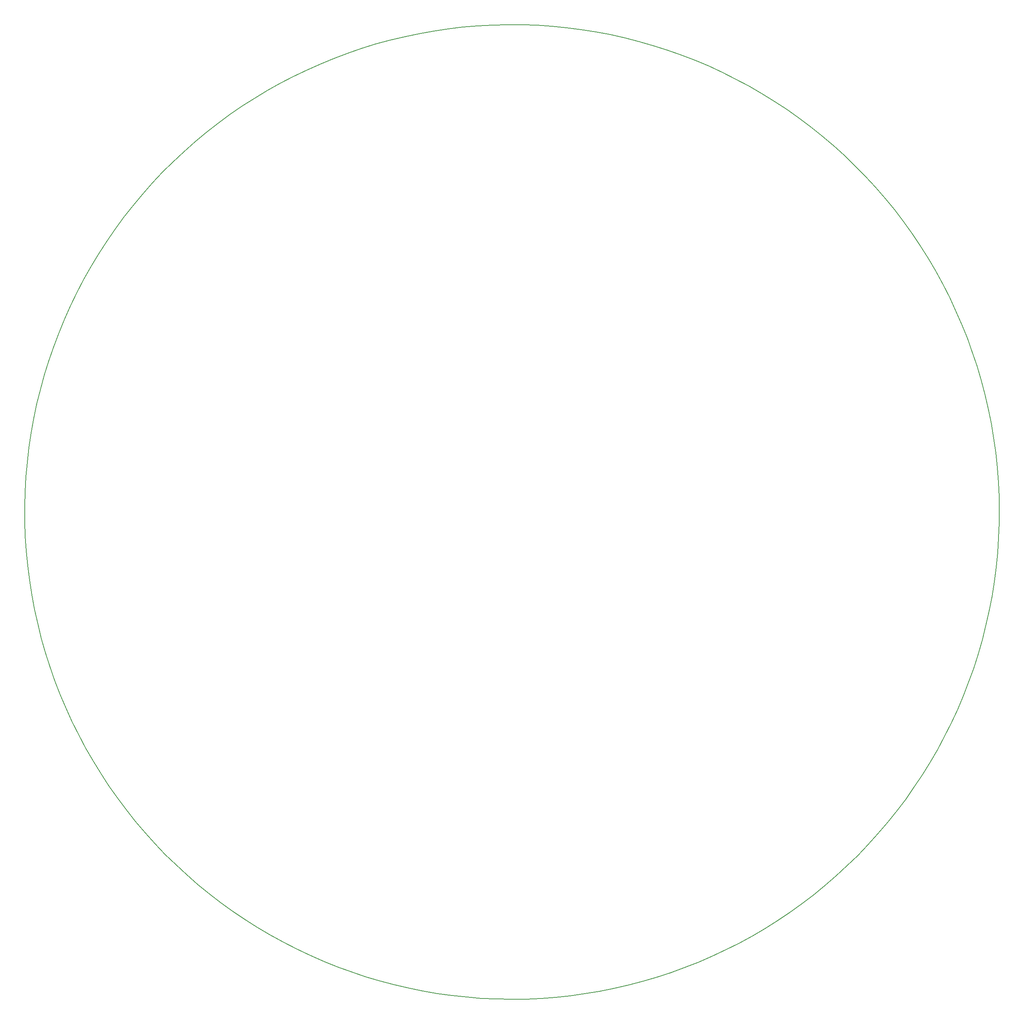
<source format=gbr>
G04 DipTrace 2.3.0.1*
%IN58744_REV1_BoardOutline.gbr*%
%MOIN*%
%ADD11C,0.006*%
%FSLAX44Y44*%
G04*
G70*
G90*
G75*
G01*
%LNBoardOutline*%
%LPD*%
X90491Y44955D2*
D11*
X90540Y46270D1*
X90551Y47247D1*
X90531Y48563D1*
X90471Y49878D1*
X90371Y51190D1*
X90232Y52499D1*
X90052Y53803D1*
X89833Y55100D1*
X89575Y56391D1*
X89278Y57673D1*
X88941Y58945D1*
X88567Y60207D1*
X88154Y61457D1*
X87703Y62693D1*
X87215Y63916D1*
X86690Y65122D1*
X86129Y66313D1*
X85531Y67486D1*
X84899Y68640D1*
X84231Y69774D1*
X83530Y70888D1*
X82795Y71979D1*
X82027Y73048D1*
X81227Y74093D1*
X80395Y75113D1*
X79533Y76108D1*
X78641Y77076D1*
X77720Y78016D1*
X76771Y78928D1*
X75795Y79810D1*
X74792Y80663D1*
X73764Y81484D1*
X72712Y82275D1*
X71636Y83032D1*
X70537Y83757D1*
X69417Y84448D1*
X68276Y85104D1*
X67116Y85726D1*
X65938Y86312D1*
X64742Y86862D1*
X63530Y87375D1*
X62303Y87852D1*
X61062Y88291D1*
X59809Y88691D1*
X58544Y89054D1*
X57268Y89378D1*
X55983Y89663D1*
X54690Y89909D1*
X53391Y90116D1*
X52085Y90283D1*
X50775Y90410D1*
X49462Y90497D1*
X48147Y90545D1*
X46831Y90552D1*
X45515Y90520D1*
X44201Y90447D1*
X42889Y90335D1*
X41582Y90182D1*
X40280Y89991D1*
X38984Y89759D1*
X37696Y89489D1*
X36417Y89179D1*
X35148Y88831D1*
X33890Y88444D1*
X32644Y88019D1*
X31412Y87557D1*
X30195Y87057D1*
X28993Y86520D1*
X27808Y85948D1*
X26641Y85339D1*
X25493Y84696D1*
X24365Y84017D1*
X23258Y83305D1*
X22174Y82560D1*
X21112Y81781D1*
X20075Y80971D1*
X19063Y80130D1*
X18076Y79259D1*
X17117Y78358D1*
X16186Y77428D1*
X15283Y76470D1*
X14410Y75485D1*
X13567Y74475D1*
X12755Y73439D1*
X11975Y72379D1*
X11228Y71295D1*
X10514Y70190D1*
X9833Y69063D1*
X9188Y67916D1*
X8577Y66750D1*
X8003Y65566D1*
X7464Y64365D1*
X6962Y63149D1*
X6498Y61917D1*
X6071Y60672D1*
X5682Y59415D1*
X5331Y58146D1*
X5019Y56868D1*
X4747Y55580D1*
X4513Y54285D1*
X4319Y52983D1*
X4164Y51676D1*
X4050Y50365D1*
X3975Y49051D1*
X3940Y47736D1*
X3945Y46420D1*
X3990Y45104D1*
X4075Y43791D1*
X4200Y42481D1*
X4365Y41175D1*
X4569Y39875D1*
X4813Y38581D1*
X5096Y37296D1*
X5418Y36020D1*
X5778Y34754D1*
X6177Y33500D1*
X6614Y32258D1*
X7088Y31031D1*
X7599Y29818D1*
X8147Y28621D1*
X8731Y27442D1*
X9351Y26281D1*
X10005Y25139D1*
X10694Y24018D1*
X11417Y22918D1*
X12173Y21840D1*
X12961Y20786D1*
X13781Y19757D1*
X14632Y18753D1*
X15513Y17775D1*
X16423Y16824D1*
X17362Y15902D1*
X18328Y15008D1*
X19321Y14144D1*
X20340Y13311D1*
X21383Y12509D1*
X22451Y11739D1*
X23541Y11002D1*
X24654Y10299D1*
X25787Y9630D1*
X26940Y8995D1*
X28112Y8396D1*
X29301Y7832D1*
X30507Y7305D1*
X31728Y6815D1*
X32964Y6362D1*
X34213Y5947D1*
X35474Y5570D1*
X36746Y5232D1*
X38028Y4932D1*
X39318Y4672D1*
X40615Y4450D1*
X41918Y4269D1*
X43227Y4127D1*
X44539Y4025D1*
X45854Y3962D1*
X47170Y3940D1*
X48486Y3958D1*
X49800Y4015D1*
X51113Y4113D1*
X52422Y4251D1*
X53726Y4428D1*
X55024Y4644D1*
X56315Y4901D1*
X57598Y5196D1*
X58871Y5530D1*
X60133Y5902D1*
X61383Y6313D1*
X62621Y6762D1*
X63844Y7248D1*
X65052Y7770D1*
X66243Y8330D1*
X67417Y8925D1*
X68572Y9556D1*
X69707Y10221D1*
X70822Y10921D1*
X71915Y11654D1*
X72985Y12420D1*
X74032Y13218D1*
X75053Y14048D1*
X76049Y14909D1*
X77019Y15799D1*
X77960Y16718D1*
X78874Y17665D1*
X79758Y18640D1*
X80612Y19641D1*
X81436Y20668D1*
X82228Y21719D1*
X82987Y22794D1*
X83714Y23892D1*
X84407Y25011D1*
X85065Y26150D1*
X85689Y27309D1*
X86277Y28486D1*
X86829Y29681D1*
X87344Y30892D1*
X87823Y32118D1*
X88264Y33358D1*
X88667Y34611D1*
X89032Y35876D1*
X89358Y37151D1*
X89645Y38435D1*
X89894Y39728D1*
X90102Y41027D1*
X90272Y42332D1*
X90401Y43642D1*
X90491Y44955D1*
M02*

</source>
